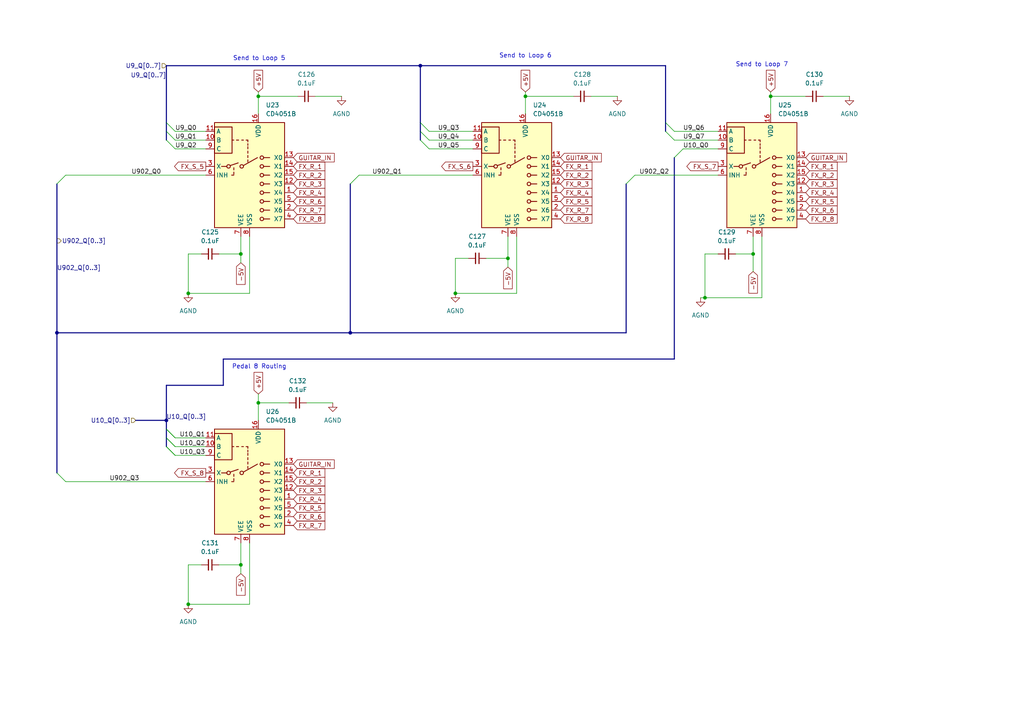
<source format=kicad_sch>
(kicad_sch (version 20250114) (generator "eeschema") (generator_version "9.0")
  (paper "A4")
  (lib_symbols
    (symbol "Analog_Switch:CD4051B"
      (property "Reference" "U" (at -10.16 16.51 0))
      (property "Value" "CD4051B" (at 3.81 16.51 0))
      (symbol "CD4051B_0_1"
        (rectangle (start -10.16 15.24) (end 10.16 -15.24) (stroke (width 0.254)) (fill (type background)))
        (rectangle (start -10.16 6.35) (end -5.08 13.97) (stroke (width 0.254)))
        (polyline (pts (xy -8.128 2.54) (xy -6.604 2.54)) (stroke (width 0.254)))
        (circle (center -6.096 2.54) (radius 0.508) (stroke (width 0.254)))
        (polyline (pts (xy -5.588 2.794) (xy -3.302 3.556)) (stroke (width 0.254)))
        (polyline (pts (xy -4.572 10.16) (xy -5.08 10.16)) (stroke (width 0.254)))
        (polyline (pts (xy -4.572 1.524) (xy -4.572 2.159)) (stroke (width 0.254)))
        (polyline (pts (xy -4.572 0.254) (xy -4.572 0.889)) (stroke (width 0.254)))
        (polyline (pts (xy -4.572 0) (xy -5.207 0)) (stroke (width 0.254)))
        (polyline (pts (xy -3.81 10.16) (xy -3.175 10.16)) (stroke (width 0.254)))
        (circle (center -2.286 2.54) (radius 0.508) (stroke (width 0.254)))
        (polyline (pts (xy -1.778 10.16) (xy -2.286 10.16)) (stroke (width 0.254)))
        (polyline (pts (xy -1.778 2.794) (xy 2.286 5.08)) (stroke (width 0.254)))
        (polyline (pts (xy -0.508 10.16) (xy -1.016 10.16)) (stroke (width 0.254)))
        (polyline (pts (xy -0.508 9.652) (xy -0.508 10.16)) (stroke (width 0.254)))
        (polyline (pts (xy -0.508 8.636) (xy -0.508 9.144)) (stroke (width 0.254)))
        (polyline (pts (xy -0.508 7.62) (xy -0.508 8.255)) (stroke (width 0.254)))
        (polyline (pts (xy -0.508 6.35) (xy -0.508 6.985)) (stroke (width 0.254)))
        (polyline (pts (xy -0.508 5.08) (xy -0.508 5.715)) (stroke (width 0.254)))
        (polyline (pts (xy -0.508 3.81) (xy -0.508 4.445)) (stroke (width 0.254)))
        (circle (center 3.556 5.08) (radius 0.508) (stroke (width 0.254)))
        (circle (center 3.556 2.54) (radius 0.508) (stroke (width 0.254)))
        (circle (center 3.556 0) (radius 0.508) (stroke (width 0.254)))
        (circle (center 3.556 -2.54) (radius 0.508) (stroke (width 0.254)))
        (circle (center 3.556 -5.08) (radius 0.508) (stroke (width 0.254)))
        (circle (center 3.556 -7.62) (radius 0.508) (stroke (width 0.254)))
        (circle (center 3.556 -10.16) (radius 0.508) (stroke (width 0.254)))
        (circle (center 3.556 -12.7) (radius 0.508) (stroke (width 0.254)))
        (polyline (pts (xy 4.064 5.08) (xy 5.842 5.08)) (stroke (width 0.254)))
        (polyline (pts (xy 4.064 2.54) (xy 5.842 2.54)) (stroke (width 0.254)))
        (polyline (pts (xy 4.064 0) (xy 5.842 0)) (stroke (width 0.254)))
        (polyline (pts (xy 4.064 -2.54) (xy 5.842 -2.54)) (stroke (width 0.254)))
        (polyline (pts (xy 4.064 -5.08) (xy 5.842 -5.08)) (stroke (width 0.254)))
        (polyline (pts (xy 4.064 -7.62) (xy 5.842 -7.62)) (stroke (width 0.254)))
        (polyline (pts (xy 4.064 -10.16) (xy 5.842 -10.16)) (stroke (width 0.254)))
        (polyline (pts (xy 4.064 -12.7) (xy 5.842 -12.7)) (stroke (width 0.254)))
      )
      (symbol "CD4051B_1_1"
        (pin input line (at -12.7 12.7 0) (length 2.54) (name "A") (number "11"))
        (pin input line (at -12.7 10.16 0) (length 2.54) (name "B") (number "10"))
        (pin input line (at -12.7 7.62 0) (length 2.54) (name "C") (number "9"))
        (pin bidirectional line (at -12.7 2.54 0) (length 2.54) (name "X") (number "3"))
        (pin input line (at -12.7 0 0) (length 2.54) (name "INH") (number "6"))
        (pin power_in line (at -2.54 -17.78 90) (length 2.54) (name "VEE") (number "7"))
        (pin power_in line (at 0 -17.78 90) (length 2.54) (name "VSS") (number "8"))
        (pin power_in line (at 2.54 17.78 270) (length 2.54) (name "VDD") (number "16"))
        (pin bidirectional line (at 12.7 5.08 180) (length 2.54) (name "X0") (number "13"))
        (pin bidirectional line (at 12.7 2.54 180) (length 2.54) (name "X1") (number "14"))
        (pin bidirectional line (at 12.7 0 180) (length 2.54) (name "X2") (number "15"))
        (pin bidirectional line (at 12.7 -2.54 180) (length 2.54) (name "X3") (number "12"))
        (pin bidirectional line (at 12.7 -5.08 180) (length 2.54) (name "X4") (number "1"))
        (pin bidirectional line (at 12.7 -7.62 180) (length 2.54) (name "X5") (number "5"))
        (pin bidirectional line (at 12.7 -10.16 180) (length 2.54) (name "X6") (number "2"))
        (pin bidirectional line (at 12.7 -12.7 180) (length 2.54) (name "X7") (number "4"))
      )
    )
    (symbol "Device:C_Small" (pin_numbers (hide yes)) (pin_names (offset 0.254) (hide yes))
      (property "Reference" "C" (at 0.254 1.778 0))
      (property "Value" "C_Small" (at 0.254 -2.032 0))
      (symbol "C_Small_0_1"
        (polyline (pts (xy -1.524 0.508) (xy 1.524 0.508)) (stroke (width 0.3048)))
        (polyline (pts (xy -1.524 -0.508) (xy 1.524 -0.508)) (stroke (width 0.3302)))
      )
      (symbol "C_Small_1_1"
        (pin passive line (at 0 2.54 270) (length 2.032) (name "~") (number "1"))
        (pin passive line (at 0 -2.54 90) (length 2.032) (name "~") (number "2"))
      )
    )
    (symbol "power:GND" (power) (pin_numbers (hide yes)) (pin_names (offset 0) (hide yes))
      (property "Value" "GND" (at 0 -3.81 0))
      (symbol "GND_0_1"
        (polyline (pts (xy 0 0) (xy 0 -1.27) (xy 1.27 -1.27) (xy 0 -2.54) (xy -1.27 -1.27) (xy 0 -1.27)))
      )
      (symbol "GND_1_1"
        (pin power_in line (at 0 0 270) (length 0) (name "~") (number "1"))
      )
    )
  )
  (text "Pedal 8 Routing" (at 75.184 106.426 0) (effects (font (size 1.27 1.27))))
  (text "Send to Loop 5" (at 75.184 17.018 0) (effects (font (size 1.27 1.27))))
  (text "Send to Loop 6" (at 152.4 16.256 0) (effects (font (size 1.27 1.27))))
  (text "Send to Loop 7" (at 220.98 18.796 0) (effects (font (size 1.27 1.27))))
  (junction (at 218.44 73.66))
  (junction (at 204.47 86.36))
  (junction (at 101.6 96.52))
  (junction (at 223.52 27.94))
  (junction (at 48.26 121.92))
  (junction (at 121.92 19.05))
  (junction (at 54.61 175.26))
  (junction (at 152.4 27.94))
  (junction (at 69.85 73.66))
  (junction (at 74.93 27.94))
  (junction (at 54.61 85.09))
  (junction (at 74.93 116.84))
  (junction (at 147.32 74.93))
  (junction (at 16.51 96.52))
  (junction (at 132.08 85.09))
  (junction (at 69.85 163.83))
  (bus_entry (at 48.26 124.46) (size 2.54 2.54))
  (bus_entry (at 48.26 35.56) (size 2.54 2.54))
  (bus_entry (at 193.04 38.1) (size 2.54 2.54))
  (bus_entry (at 48.26 129.54) (size 2.54 2.54))
  (bus_entry (at 121.92 40.64) (size 2.54 2.54))
  (bus_entry (at 48.26 40.64) (size 2.54 2.54))
  (bus_entry (at 121.92 35.56) (size 2.54 2.54))
  (bus_entry (at 101.6 53.34) (size 2.54 -2.54))
  (bus_entry (at 181.61 53.34) (size 2.54 -2.54))
  (bus_entry (at 193.04 35.56) (size 2.54 2.54))
  (bus_entry (at 16.51 53.34) (size 2.54 -2.54))
  (bus_entry (at 48.26 129.54) (size 2.54 2.54))
  (bus_entry (at 121.92 38.1) (size 2.54 2.54))
  (bus_entry (at 48.26 124.46) (size 2.54 2.54))
  (bus_entry (at 48.26 127) (size 2.54 2.54))
  (bus_entry (at 48.26 38.1) (size 2.54 2.54))
  (bus_entry (at 48.26 127) (size 2.54 2.54))
  (bus_entry (at 195.58 45.72) (size 2.54 -2.54))
  (bus_entry (at 16.51 137.16) (size 2.54 2.54))
  (wire (pts (xy 149.86 68.58) (xy 149.86 85.09)))
  (wire (pts (xy 238.76 27.94) (xy 246.38 27.94)))
  (wire (pts (xy 204.47 73.66) (xy 208.28 73.66)))
  (wire (pts (xy 223.52 27.94) (xy 223.52 33.02)))
  (wire (pts (xy 204.47 86.36) (xy 203.2 86.36)))
  (wire (pts (xy 195.58 40.64) (xy 208.28 40.64)))
  (wire (pts (xy 63.5 73.66) (xy 69.85 73.66)))
  (wire (pts (xy 124.46 40.64) (xy 137.16 40.64)))
  (wire (pts (xy 223.52 27.94) (xy 233.68 27.94)))
  (bus (pts (xy 39.37 121.92) (xy 48.26 121.92)))
  (wire (pts (xy 140.97 74.93) (xy 147.32 74.93)))
  (wire (pts (xy 220.98 86.36) (xy 204.47 86.36)))
  (bus (pts (xy 16.51 96.52) (xy 101.6 96.52)))
  (bus (pts (xy 48.26 38.1) (xy 48.26 40.64)))
  (wire (pts (xy 63.5 163.83) (xy 69.85 163.83)))
  (wire (pts (xy 50.8 132.08) (xy 59.69 132.08)))
  (wire (pts (xy 184.15 50.8) (xy 208.28 50.8)))
  (wire (pts (xy 72.39 175.26) (xy 54.61 175.26)))
  (wire (pts (xy 54.61 73.66) (xy 58.42 73.66)))
  (wire (pts (xy 74.93 116.84) (xy 74.93 121.92)))
  (bus (pts (xy 193.04 35.56) (xy 193.04 38.1)))
  (bus (pts (xy 193.04 19.05) (xy 193.04 35.56)))
  (wire (pts (xy 69.85 76.2) (xy 69.85 73.66)))
  (wire (pts (xy 104.14 50.8) (xy 137.16 50.8)))
  (wire (pts (xy 86.36 27.94) (xy 74.93 27.94)))
  (bus (pts (xy 64.77 111.76) (xy 64.77 104.14)))
  (wire (pts (xy 152.4 26.67) (xy 152.4 27.94)))
  (bus (pts (xy 101.6 96.52) (xy 181.61 96.52)))
  (bus (pts (xy 16.51 53.34) (xy 16.51 96.52)))
  (bus (pts (xy 48.26 19.05) (xy 48.26 35.56)))
  (wire (pts (xy 195.58 38.1) (xy 208.28 38.1)))
  (wire (pts (xy 213.36 73.66) (xy 218.44 73.66)))
  (wire (pts (xy 132.08 74.93) (xy 132.08 85.09)))
  (wire (pts (xy 74.93 116.84) (xy 83.82 116.84)))
  (wire (pts (xy 149.86 85.09) (xy 132.08 85.09)))
  (bus (pts (xy 181.61 53.34) (xy 181.61 96.52)))
  (wire (pts (xy 152.4 27.94) (xy 152.4 33.02)))
  (wire (pts (xy 218.44 73.66) (xy 218.44 68.58)))
  (wire (pts (xy 50.8 129.54) (xy 59.69 129.54)))
  (bus (pts (xy 48.26 121.92) (xy 48.26 124.46)))
  (wire (pts (xy 74.93 114.3) (xy 74.93 116.84)))
  (wire (pts (xy 91.44 27.94) (xy 99.06 27.94)))
  (wire (pts (xy 54.61 163.83) (xy 54.61 175.26)))
  (bus (pts (xy 121.92 35.56) (xy 121.92 38.1)))
  (bus (pts (xy 48.26 121.92) (xy 48.26 111.76)))
  (wire (pts (xy 69.85 166.37) (xy 69.85 163.83)))
  (bus (pts (xy 121.92 19.05) (xy 48.26 19.05)))
  (wire (pts (xy 166.37 27.94) (xy 152.4 27.94)))
  (wire (pts (xy 74.93 27.94) (xy 74.93 33.02)))
  (wire (pts (xy 19.05 139.7) (xy 59.69 139.7)))
  (wire (pts (xy 50.8 38.1) (xy 59.69 38.1)))
  (bus (pts (xy 195.58 45.72) (xy 195.58 104.14)))
  (bus (pts (xy 48.26 111.76) (xy 64.77 111.76)))
  (bus (pts (xy 48.26 127) (xy 48.26 129.54)))
  (wire (pts (xy 54.61 163.83) (xy 58.42 163.83)))
  (bus (pts (xy 48.26 35.56) (xy 48.26 38.1)))
  (wire (pts (xy 50.8 43.18) (xy 59.69 43.18)))
  (wire (pts (xy 147.32 74.93) (xy 147.32 68.58)))
  (bus (pts (xy 16.51 96.52) (xy 16.51 137.16)))
  (bus (pts (xy 64.77 104.14) (xy 195.58 104.14)))
  (wire (pts (xy 69.85 73.66) (xy 69.85 68.58)))
  (wire (pts (xy 19.05 50.8) (xy 59.69 50.8)))
  (bus (pts (xy 121.92 35.56) (xy 121.92 19.05)))
  (bus (pts (xy 48.26 124.46) (xy 48.26 127)))
  (wire (pts (xy 198.12 43.18) (xy 208.28 43.18)))
  (wire (pts (xy 223.52 26.67) (xy 223.52 27.94)))
  (wire (pts (xy 72.39 157.48) (xy 72.39 175.26)))
  (wire (pts (xy 69.85 163.83) (xy 69.85 157.48)))
  (wire (pts (xy 88.9 116.84) (xy 96.52 116.84)))
  (wire (pts (xy 132.08 74.93) (xy 135.89 74.93)))
  (wire (pts (xy 171.45 27.94) (xy 179.07 27.94)))
  (wire (pts (xy 147.32 77.47) (xy 147.32 74.93)))
  (wire (pts (xy 124.46 38.1) (xy 137.16 38.1)))
  (wire (pts (xy 50.8 40.64) (xy 59.69 40.64)))
  (wire (pts (xy 72.39 68.58) (xy 72.39 85.09)))
  (wire (pts (xy 74.93 26.67) (xy 74.93 27.94)))
  (bus (pts (xy 101.6 53.34) (xy 101.6 96.52)))
  (wire (pts (xy 220.98 68.58) (xy 220.98 86.36)))
  (wire (pts (xy 204.47 73.66) (xy 204.47 86.36)))
  (bus (pts (xy 121.92 19.05) (xy 193.04 19.05)))
  (wire (pts (xy 54.61 73.66) (xy 54.61 85.09)))
  (bus (pts (xy 121.92 38.1) (xy 121.92 40.64)))
  (wire (pts (xy 72.39 85.09) (xy 54.61 85.09)))
  (wire (pts (xy 218.44 78.74) (xy 218.44 73.66)))
  (wire (pts (xy 124.46 43.18) (xy 137.16 43.18)))
  (wire (pts (xy 50.8 127) (xy 59.69 127)))
  (label "U10_Q3" (at 52.07 132.08 0))
  (label "U9_Q3" (at 127 38.1 0))
  (label "U902_Q3" (at 31.75 139.7 0))
  (label "U9_Q5" (at 127 43.18 0))
  (label "U10_Q[0..3]" (at 48.26 121.92 0))
  (label "U9_Q7" (at 198.12 40.64 0))
  (label "U9_Q[0..7]" (at 48.26 22.86 180))
  (label "U902_Q2" (at 185.42 50.8 0))
  (label "U9_Q4" (at 127 40.64 0))
  (label "U902_Q0" (at 38.1 50.8 0))
  (label "U902_Q[0..3]" (at 16.51 78.74 0))
  (label "U10_Q0" (at 198.12 43.18 0))
  (label "U9_Q6" (at 198.12 38.1 0))
  (label "U9_Q1" (at 50.8 40.64 0))
  (label "U10_Q1" (at 52.07 127 0))
  (label "U9_Q0" (at 50.8 38.1 0))
  (label "U10_Q2" (at 52.07 129.54 0))
  (label "U902_Q1" (at 107.95 50.8 0))
  (label "U9_Q2" (at 50.8 43.18 0))
  (global_label "+5V" (shape input) (at 74.93 114.3 90) (property "Intersheetrefs" "${INTERSHEET_REFS}" (effects (hide yes))))
  (global_label "FX_R_4" (shape input) (at 162.56 55.88 0) (property "Intersheetrefs" "${INTERSHEET_REFS}" (effects (hide yes))))
  (global_label "FX_R_7" (shape input) (at 85.09 60.96 0) (property "Intersheetrefs" "${INTERSHEET_REFS}" (effects (hide yes))))
  (global_label "FX_R_8" (shape input) (at 162.56 63.5 0) (property "Intersheetrefs" "${INTERSHEET_REFS}" (effects (hide yes))))
  (global_label "FX_R_7" (shape input) (at 162.56 60.96 0) (property "Intersheetrefs" "${INTERSHEET_REFS}" (effects (hide yes))))
  (global_label "FX_R_6" (shape input) (at 233.68 60.96 0) (property "Intersheetrefs" "${INTERSHEET_REFS}" (effects (hide yes))))
  (global_label "GUITAR_IN" (shape input) (at 233.68 45.72 0) (property "Intersheetrefs" "${INTERSHEET_REFS}" (effects (hide yes))))
  (global_label "FX_R_5" (shape input) (at 162.56 58.42 0) (property "Intersheetrefs" "${INTERSHEET_REFS}" (effects (hide yes))))
  (global_label "FX_R_5" (shape input) (at 85.09 147.32 0) (property "Intersheetrefs" "${INTERSHEET_REFS}" (effects (hide yes))))
  (global_label "FX_R_5" (shape input) (at 233.68 58.42 0) (property "Intersheetrefs" "${INTERSHEET_REFS}" (effects (hide yes))))
  (global_label "FX_R_4" (shape input) (at 85.09 144.78 0) (property "Intersheetrefs" "${INTERSHEET_REFS}" (effects (hide yes))))
  (global_label "FX_S_5" (shape output) (at 59.69 48.26 180) (property "Intersheetrefs" "${INTERSHEET_REFS}" (effects (hide yes))))
  (global_label "FX_R_7" (shape input) (at 85.09 152.4 0) (property "Intersheetrefs" "${INTERSHEET_REFS}" (effects (hide yes))))
  (global_label "GUITAR_IN" (shape input) (at 85.09 45.72 0) (property "Intersheetrefs" "${INTERSHEET_REFS}" (effects (hide yes))))
  (global_label "FX_R_1" (shape input) (at 233.68 48.26 0) (property "Intersheetrefs" "${INTERSHEET_REFS}" (effects (hide yes))))
  (global_label "FX_R_3" (shape input) (at 85.09 142.24 0) (property "Intersheetrefs" "${INTERSHEET_REFS}" (effects (hide yes))))
  (global_label "FX_R_2" (shape input) (at 85.09 139.7 0) (property "Intersheetrefs" "${INTERSHEET_REFS}" (effects (hide yes))))
  (global_label "FX_R_8" (shape input) (at 233.68 63.5 0) (property "Intersheetrefs" "${INTERSHEET_REFS}" (effects (hide yes))))
  (global_label "FX_R_6" (shape input) (at 85.09 58.42 0) (property "Intersheetrefs" "${INTERSHEET_REFS}" (effects (hide yes))))
  (global_label "FX_R_1" (shape input) (at 85.09 137.16 0) (property "Intersheetrefs" "${INTERSHEET_REFS}" (effects (hide yes))))
  (global_label "-5V" (shape input) (at 69.85 166.37 270) (property "Intersheetrefs" "${INTERSHEET_REFS}" (effects (hide yes))))
  (global_label "FX_R_4" (shape input) (at 85.09 55.88 0) (property "Intersheetrefs" "${INTERSHEET_REFS}" (effects (hide yes))))
  (global_label "FX_R_2" (shape input) (at 85.09 50.8 0) (property "Intersheetrefs" "${INTERSHEET_REFS}" (effects (hide yes))))
  (global_label "FX_R_2" (shape input) (at 162.56 50.8 0) (property "Intersheetrefs" "${INTERSHEET_REFS}" (effects (hide yes))))
  (global_label "FX_S_7" (shape output) (at 208.28 48.26 180) (property "Intersheetrefs" "${INTERSHEET_REFS}" (effects (hide yes))))
  (global_label "FX_R_1" (shape input) (at 85.09 48.26 0) (property "Intersheetrefs" "${INTERSHEET_REFS}" (effects (hide yes))))
  (global_label "FX_S_6" (shape output) (at 137.16 48.26 180) (property "Intersheetrefs" "${INTERSHEET_REFS}" (effects (hide yes))))
  (global_label "FX_R_2" (shape input) (at 233.68 50.8 0) (property "Intersheetrefs" "${INTERSHEET_REFS}" (effects (hide yes))))
  (global_label "-5V" (shape input) (at 147.32 77.47 270) (property "Intersheetrefs" "${INTERSHEET_REFS}" (effects (hide yes))))
  (global_label "FX_R_4" (shape input) (at 233.68 55.88 0) (property "Intersheetrefs" "${INTERSHEET_REFS}" (effects (hide yes))))
  (global_label "GUITAR_IN" (shape input) (at 162.56 45.72 0) (property "Intersheetrefs" "${INTERSHEET_REFS}" (effects (hide yes))))
  (global_label "+5V" (shape input) (at 152.4 26.67 90) (property "Intersheetrefs" "${INTERSHEET_REFS}" (effects (hide yes))))
  (global_label "FX_S_8" (shape output) (at 59.69 137.16 180) (property "Intersheetrefs" "${INTERSHEET_REFS}" (effects (hide yes))))
  (global_label "-5V" (shape input) (at 69.85 76.2 270) (property "Intersheetrefs" "${INTERSHEET_REFS}" (effects (hide yes))))
  (global_label "FX_R_6" (shape input) (at 85.09 149.86 0) (property "Intersheetrefs" "${INTERSHEET_REFS}" (effects (hide yes))))
  (global_label "FX_R_3" (shape input) (at 162.56 53.34 0) (property "Intersheetrefs" "${INTERSHEET_REFS}" (effects (hide yes))))
  (global_label "FX_R_3" (shape input) (at 85.09 53.34 0) (property "Intersheetrefs" "${INTERSHEET_REFS}" (effects (hide yes))))
  (global_label "FX_R_8" (shape input) (at 85.09 63.5 0) (property "Intersheetrefs" "${INTERSHEET_REFS}" (effects (hide yes))))
  (global_label "GUITAR_IN" (shape input) (at 85.09 134.62 0) (property "Intersheetrefs" "${INTERSHEET_REFS}" (effects (hide yes))))
  (global_label "FX_R_1" (shape input) (at 162.56 48.26 0) (property "Intersheetrefs" "${INTERSHEET_REFS}" (effects (hide yes))))
  (global_label "+5V" (shape input) (at 74.93 26.67 90) (property "Intersheetrefs" "${INTERSHEET_REFS}" (effects (hide yes))))
  (global_label "+5V" (shape input) (at 223.52 26.67 90) (property "Intersheetrefs" "${INTERSHEET_REFS}" (effects (hide yes))))
  (global_label "FX_R_3" (shape input) (at 233.68 53.34 0) (property "Intersheetrefs" "${INTERSHEET_REFS}" (effects (hide yes))))
  (global_label "-5V" (shape input) (at 218.44 78.74 270) (property "Intersheetrefs" "${INTERSHEET_REFS}" (effects (hide yes))))
  (hierarchical_label "U10_Q[0..3]" (shape input) (at 39.37 121.92 180))
  (hierarchical_label "U902_Q[0..3]" (shape output) (at 16.51 69.85 0))
  (hierarchical_label "U9_Q[0..7]" (shape input) (at 48.26 19.05 180))
  (symbol (lib_id "Analog_Switch:CD4051B") (at 72.39 139.7 0) (unit 1)
    (property "Reference" "U26" (at 77.0733 119.38 0) (effects (justify left)))
    (property "Value" "CD4051B" (at 77.0733 121.92 0) (effects (justify left)))
    (property "Footprint" "Package_DIP:CERDIP-16_W7.62mm_SideBrazed" (effects (hide yes)))
    (property "Datasheet" "http://www.ti.com/lit/ds/symlink/cd4052b.pdf" (effects (hide yes)))
    (property "Description" "CMOS single 8-channel analog multiplexer demultiplexer, TSSOP-16/DIP-16/SOIC-16" (effects (hide yes)))
  )
  (symbol (lib_id "Device:C_Small") (at 236.22 27.94 270) (unit 1)
    (property "Reference" "C130" (at 236.2136 21.59 90))
    (property "Value" "0.1uF" (at 236.2136 24.13 90))
    (property "Footprint" "Capacitor_THT:C_Axial_L3.8mm_D2.6mm_P7.50mm_Horizontal" (effects (hide yes)))
    (property "Description" "Unpolarized capacitor, small symbol" (effects (hide yes)))
  )
  (symbol (lib_id "power:GND") (at 132.08 85.09 0) (unit 1)
    (property "Reference" "#PWR0604" (effects (hide yes)))
    (property "Value" "AGND" (at 132.08 90.17 0))
    (property "Description" "Power symbol creates a global label with name \"GND\" , ground" (effects (hide yes)))
  )
  (symbol (lib_id "power:GND") (at 179.07 27.94 0) (unit 1)
    (property "Reference" "#PWR0107" (effects (hide yes)))
    (property "Value" "AGND" (at 179.07 33.02 0))
    (property "Description" "Power symbol creates a global label with name \"GND\" , ground" (effects (hide yes)))
  )
  (symbol (lib_id "Device:C_Small") (at 210.82 73.66 270) (unit 1)
    (property "Reference" "C129" (at 210.8136 67.31 90))
    (property "Value" "0.1uF" (at 210.8136 69.85 90))
    (property "Footprint" "Capacitor_THT:C_Axial_L3.8mm_D2.6mm_P7.50mm_Horizontal" (effects (hide yes)))
    (property "Description" "Unpolarized capacitor, small symbol" (effects (hide yes)))
  )
  (symbol (lib_id "power:GND") (at 54.61 85.09 0) (unit 1)
    (property "Reference" "#PWR0601" (effects (hide yes)))
    (property "Value" "AGND" (at 54.61 90.17 0))
    (property "Description" "Power symbol creates a global label with name \"GND\" , ground" (effects (hide yes)))
  )
  (symbol (lib_id "power:GND") (at 99.06 27.94 0) (unit 1)
    (property "Reference" "#PWR0106" (effects (hide yes)))
    (property "Value" "AGND" (at 99.06 33.02 0))
    (property "Description" "Power symbol creates a global label with name \"GND\" , ground" (effects (hide yes)))
  )
  (symbol (lib_id "Device:C_Small") (at 86.36 116.84 270) (unit 1)
    (property "Reference" "C132" (at 86.3536 110.49 90))
    (property "Value" "0.1uF" (at 86.3536 113.03 90))
    (property "Footprint" "Capacitor_THT:C_Axial_L3.8mm_D2.6mm_P7.50mm_Horizontal" (effects (hide yes)))
    (property "Description" "Unpolarized capacitor, small symbol" (effects (hide yes)))
  )
  (symbol (lib_id "Device:C_Small") (at 60.96 163.83 270) (unit 1)
    (property "Reference" "C131" (at 60.9536 157.48 90))
    (property "Value" "0.1uF" (at 60.9536 160.02 90))
    (property "Footprint" "Capacitor_THT:C_Axial_L3.8mm_D2.6mm_P7.50mm_Horizontal" (effects (hide yes)))
    (property "Description" "Unpolarized capacitor, small symbol" (effects (hide yes)))
  )
  (symbol (lib_id "Device:C_Small") (at 138.43 74.93 270) (unit 1)
    (property "Reference" "C127" (at 138.4236 68.58 90))
    (property "Value" "0.1uF" (at 138.4236 71.12 90))
    (property "Footprint" "Capacitor_THT:C_Axial_L3.8mm_D2.6mm_P7.50mm_Horizontal" (effects (hide yes)))
    (property "Description" "Unpolarized capacitor, small symbol" (effects (hide yes)))
  )
  (symbol (lib_id "power:GND") (at 246.38 27.94 0) (unit 1)
    (property "Reference" "#PWR0108" (effects (hide yes)))
    (property "Value" "AGND" (at 246.38 33.02 0))
    (property "Description" "Power symbol creates a global label with name \"GND\" , ground" (effects (hide yes)))
  )
  (symbol (lib_id "Device:C_Small") (at 88.9 27.94 270) (unit 1)
    (property "Reference" "C126" (at 88.8936 21.59 90))
    (property "Value" "0.1uF" (at 88.8936 24.13 90))
    (property "Footprint" "Capacitor_THT:C_Axial_L3.8mm_D2.6mm_P7.50mm_Horizontal" (effects (hide yes)))
    (property "Description" "Unpolarized capacitor, small symbol" (effects (hide yes)))
  )
  (symbol (lib_id "power:GND") (at 203.2 86.36 0) (unit 1)
    (property "Reference" "#PWR0603" (effects (hide yes)))
    (property "Value" "AGND" (at 203.2 91.44 0))
    (property "Description" "Power symbol creates a global label with name \"GND\" , ground" (effects (hide yes)))
  )
  (symbol (lib_id "Device:C_Small") (at 168.91 27.94 270) (unit 1)
    (property "Reference" "C128" (at 168.9036 21.59 90))
    (property "Value" "0.1uF" (at 168.9036 24.13 90))
    (property "Footprint" "Capacitor_THT:C_Axial_L3.8mm_D2.6mm_P7.50mm_Horizontal" (effects (hide yes)))
    (property "Description" "Unpolarized capacitor, small symbol" (effects (hide yes)))
  )
  (symbol (lib_id "Analog_Switch:CD4051B") (at 72.39 50.8 0) (unit 1)
    (property "Reference" "U23" (at 77.0733 30.48 0) (effects (justify left)))
    (property "Value" "CD4051B" (at 77.0733 33.02 0) (effects (justify left)))
    (property "Footprint" "Package_DIP:CERDIP-16_W7.62mm_SideBrazed" (effects (hide yes)))
    (property "Datasheet" "http://www.ti.com/lit/ds/symlink/cd4052b.pdf" (effects (hide yes)))
    (property "Description" "CMOS single 8-channel analog multiplexer demultiplexer, TSSOP-16/DIP-16/SOIC-16" (effects (hide yes)))
  )
  (symbol (lib_id "Device:C_Small") (at 60.96 73.66 270) (unit 1)
    (property "Reference" "C125" (at 60.9536 67.31 90))
    (property "Value" "0.1uF" (at 60.9536 69.85 90))
    (property "Footprint" "Capacitor_THT:C_Axial_L3.8mm_D2.6mm_P7.50mm_Horizontal" (effects (hide yes)))
    (property "Description" "Unpolarized capacitor, small symbol" (effects (hide yes)))
  )
  (symbol (lib_id "power:GND") (at 54.61 175.26 0) (unit 1)
    (property "Reference" "#PWR0602" (effects (hide yes)))
    (property "Value" "AGND" (at 54.61 180.34 0))
    (property "Description" "Power symbol creates a global label with name \"GND\" , ground" (effects (hide yes)))
  )
  (symbol (lib_id "Analog_Switch:CD4051B") (at 149.86 50.8 0) (unit 1)
    (property "Reference" "U24" (at 154.5433 30.48 0) (effects (justify left)))
    (property "Value" "CD4051B" (at 154.5433 33.02 0) (effects (justify left)))
    (property "Footprint" "Package_DIP:CERDIP-16_W7.62mm_SideBrazed" (effects (hide yes)))
    (property "Datasheet" "http://www.ti.com/lit/ds/symlink/cd4052b.pdf" (effects (hide yes)))
    (property "Description" "CMOS single 8-channel analog multiplexer demultiplexer, TSSOP-16/DIP-16/SOIC-16" (effects (hide yes)))
  )
  (symbol (lib_id "Analog_Switch:CD4051B") (at 220.98 50.8 0) (unit 1)
    (property "Reference" "U25" (at 225.6633 30.48 0) (effects (justify left)))
    (property "Value" "CD4051B" (at 225.6633 33.02 0) (effects (justify left)))
    (property "Footprint" "Package_DIP:CERDIP-16_W7.62mm_SideBrazed" (effects (hide yes)))
    (property "Datasheet" "http://www.ti.com/lit/ds/symlink/cd4052b.pdf" (effects (hide yes)))
    (property "Description" "CMOS single 8-channel analog multiplexer demultiplexer, TSSOP-16/DIP-16/SOIC-16" (effects (hide yes)))
  )
  (symbol (lib_id "power:GND") (at 96.52 116.84 0) (unit 1)
    (property "Reference" "#PWR0109" (effects (hide yes)))
    (property "Value" "AGND" (at 96.52 121.92 0))
    (property "Description" "Power symbol creates a global label with name \"GND\" , ground" (effects (hide yes)))
  )
)
</source>
